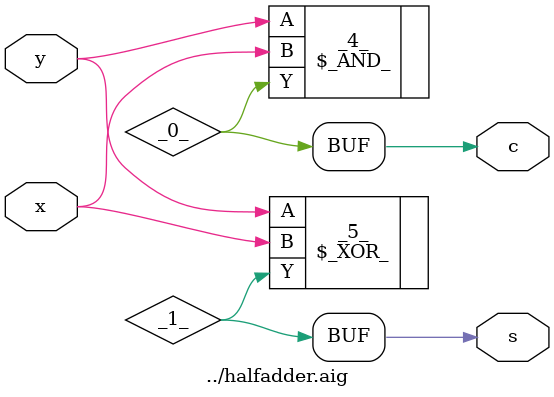
<source format=v>
/* Generated by Yosys 0.8+316 (git sha1 57c2763f, clang 4.0.1-6 -fPIC -Os) */

module \../halfadder.aig (y, s, c, x);
  wire _0_;
  wire _1_;
  wire _2_;
  wire _3_;
  output c;
  wire n1_inv;
  wire n2_inv;
  wire n3_inv;
  wire n4;
  wire n4_inv;
  output s;
  input x;
  input y;
  \$_AND_  _4_ (
    .A(_3_),
    .B(_2_),
    .Y(_0_)
  );
  \$_XOR_  _5_ (
    .A(_3_),
    .B(_2_),
    .Y(_1_)
  );
  assign _3_ = y;
  assign _2_ = x;
  assign c = _0_;
  assign s = _1_;
endmodule

</source>
